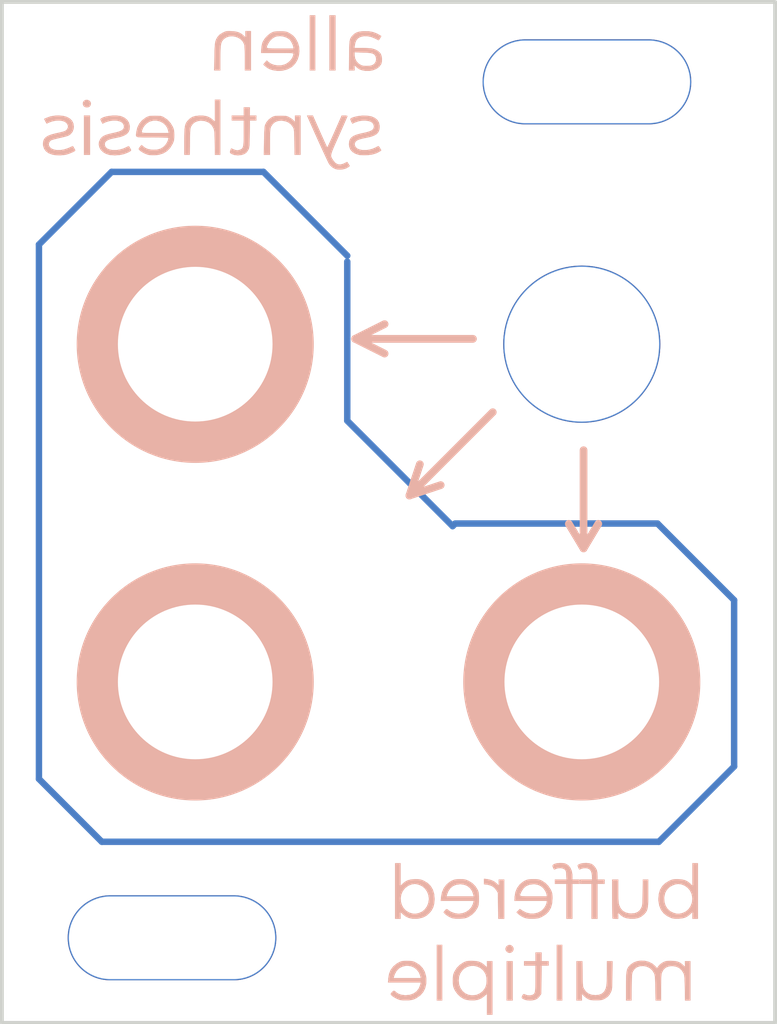
<source format=kicad_pcb>
(kicad_pcb (version 20211014) (generator pcbnew)
  (layers (0 "F.Cu" signal) (31 "B.Cu" signal) (34 "B.Paste" user) (35 "F.Paste" user) (36 "B.SilkS" user "B.Silkscreen") (37 "F.SilkS" user "F.Silkscreen") (38 "B.Mask" user) (39 "F.Mask" user) (44 "Edge.Cuts" user))
  (net 0 "")
  (footprint "Wire_Pads:SolderWirePad_single_0-8mmDrill" (layer "F.Cu") (at -7.5 -6.524999)
    (fp_text reference "" (at 0 0) (layer "F.SilkS") (effects (font (size 1.27 1.27))))
    (fp_text value "" (at 0 0) (layer "F.SilkS") (effects (font (size 1.27 1.27))))
    (pad "1" thru_hole circle locked (at 0 0) (size 6.1 6.1) (drill 6) (layers *.Cu *.Mask))
  )
  (footprint "LOGO" (layer "F.Cu") (at 0 0)
    (fp_text reference "G***" hide)
    (fp_text value "LOGO" hide)
  )
  (footprint "LOGO" (layer "F.Cu") (at 0 0)
    (fp_text reference "G***" hide)
    (fp_text value "LOGO" hide)
  )
  (footprint "Wire_Pads:SolderWirePad_single_0-8mmDrill" (layer "F.Cu") (at 7.5 6.575001)
    (fp_text reference "" (at 0 0) (layer "F.SilkS") (effects (font (size 1.27 1.27))))
    (fp_text value "" (at 0 0) (layer "F.SilkS") (effects (font (size 1.27 1.27))))
    (pad "4" thru_hole circle locked (at 0 0) (size 6.1 6.1) (drill 6) (layers *.Cu *.Mask))
  )
  (footprint "LOGO" (layer "F.Cu") (at 0 0)
    (fp_text reference "G***" hide)
    (fp_text value "LOGO" hide)
  )
  (footprint "LOGO" (layer "F.Cu") (at 0 0)
    (fp_text reference "G***" hide)
    (fp_text value "LOGO" hide)
  )
  (footprint "LOGO" (layer "F.Cu") (at 0.591786 0.539509)
    (fp_text reference "G***" hide)
    (fp_text value "LOGO" hide)
    (fp_poly (pts (xy -12.212543 -16.518915) (xy -12.162041 -16.469899) (xy -12.140443 -16.40568) (xy -12.151706 -16.336515) (xy -12.188097 -16.283447) (xy -12.241081 -16.255543) (xy -12.309415 -16.249669) (xy -12.375015 -16.264739) (xy -12.418187 -16.29726) (xy -12.449459 -16.370973) (xy -12.4456 -16.441604) (xy -12.411618 -16.499717) (xy -12.352522 -16.535879) (xy -12.287992 -16.542465) (xy -12.212543 -16.518915)) (layer "B.SilkS") (width 0.01) (fill solid))
    (fp_poly (pts (xy 4.150567 16.242902) (xy 4.214343 16.285323) (xy 4.254965 16.348603) (xy 4.260773 16.413156) (xy 4.238436 16.471813) (xy 4.194623 16.517402) (xy 4.136003 16.542751) (xy 4.069244 16.540688) (xy 4.006672 16.508654) (xy 3.958795 16.44824) (xy 3.947199 16.378625) (xy 3.971988 16.311544) (xy 4.004569 16.277238) (xy 4.078982 16.23906) (xy 4.150567 16.242902)) (layer "B.SilkS") (width 0.01) (fill solid))
    (fp_poly (pts (xy -1.411662 -15.924385) (xy -1.251866 -15.895481) (xy -1.123458 -15.841511) (xy -1.027562 -15.7632) (xy -0.965299 -15.661268) (xy -0.937793 -15.536441) (xy -0.93647 -15.4988) (xy -0.948204 -15.385052) (xy -0.985584 -15.292) (xy -1.051881 -15.216893) (xy -1.150363 -15.156984) (xy -1.284301 -15.109522) (xy -1.440904 -15.074623) (xy -1.594767 -15.043419) (xy -1.711097 -15.011938) (xy -1.794669 -14.97848) (xy -1.850258 -14.941347) (xy -1.867535 -14.922834) (xy -1.903836 -14.854932) (xy -1.902599 -14.785047) (xy -1.869363 -14.712524) (xy -1.8111 -14.655159) (xy -1.722295 -14.615416) (xy -1.610985 -14.593489) (xy -1.485208 -14.589572) (xy -1.353001 -14.603859) (xy -1.2224 -14.636544) (xy -1.101444 -14.687822) (xy -1.09064 -14.693728) (xy -1.033544 -14.724186) (xy -0.992108 -14.743628) (xy -0.980035 -14.747384) (xy -0.961835 -14.730617) (xy -0.932831 -14.688278) (xy -0.918812 -14.664435) (xy -0.872193 -14.581487) (xy -0.93079 -14.54043) (xy -1.060283 -14.471848) (xy -1.220325 -14.424074) (xy -1.403505 -14.399178) (xy -1.44447 -14.39704) (xy -1.544413 -14.395622) (xy -1.639131 -14.398398) (xy -1.713235 -14.404774) (xy -1.733895 -14.408249) (xy -1.8802 -14.455316) (xy -1.99377 -14.526141) (xy -2.073057 -14.619103) (xy -2.116514 -14.732581) (xy -2.124816 -14.818048) (xy -2.116156 -14.922486) (xy -2.087573 -15.008295) (xy -2.035125 -15.078585) (xy -1.954871 -15.136467) (xy -1.842871 -15.185048) (xy -1.695183 -15.227438) (xy -1.571686 -15.254449) (xy -1.42436 -15.287937) (xy -1.314562 -15.32274) (xy -1.23749 -15.360939) (xy -1.188345 -15.40461) (xy -1.174048 -15.426627) (xy -1.156558 -15.501017) (xy -1.171672 -15.5817) (xy -1.213462 -15.64891) (xy -1.283931 -15.696549) (xy -1.383482 -15.727134) (xy -1.502299 -15.740312) (xy -1.630564 -15.735728) (xy -1.758461 -15.713031) (xy -1.874388 -15.672687) (xy -1.995075 -15.617435) (xy -2.038073 -15.701719) (xy -2.061671 -15.756627) (xy -2.070861 -15.796455) (xy -2.069285 -15.805073) (xy -2.031578 -15.834844) (xy -1.960622 -15.864107) (xy -1.865462 -15.890495) (xy -1.755141 -15.911638) (xy -1.638704 -15.92517) (xy -1.601725 -15.927501) (xy -1.411662 -15.924385)) (layer "B.SilkS") (width 0.01) (fill solid))
    (fp_poly (pts (xy 1.493464 18.392369) (xy 1.281798 18.392369) (xy 1.281798 16.233369) (xy 1.493464 16.233369) (xy 1.493464 18.392369)) (layer "B.SilkS") (width 0.01) (fill solid))
    (fp_poly (pts (xy -13.223871 -15.919097) (xy -13.076311 -15.879703) (xy -12.95852 -15.81612) (xy -12.872562 -15.730185) (xy -12.820501 -15.623737) (xy -12.804398 -15.498611) (xy -12.81364 -15.411049) (xy -12.855063 -15.300474) (xy -12.931895 -15.208672) (xy -13.008522 -15.15679) (xy -13.051112 -15.140833) (xy -13.125515 -15.119182) (xy -13.222029 -15.094436) (xy -13.330954 -15.069194) (xy -13.355564 -15.063844) (xy -13.464899 -15.038789) (xy -13.562927 -15.013412) (xy -13.640299 -14.990338) (xy -13.687668 -14.972193) (xy -13.693415 -14.968941) (xy -13.748558 -14.911137) (xy -13.775197 -14.836655) (xy -13.772376 -14.779984) (xy -13.732741 -14.703512) (xy -13.660829 -14.645788) (xy -13.562675 -14.607556) (xy -13.444315 -14.58956) (xy -13.311784 -14.592541) (xy -13.17112 -14.617244) (xy -13.028356 -14.664412) (xy -12.985842 -14.683137) (xy -12.917813 -14.714603) (xy -12.866794 -14.737505) (xy -12.842927 -14.7473) (xy -12.842434 -14.747384) (xy -12.827796 -14.730798) (xy -12.802801 -14.690794) (xy -12.775649 -14.642005) (xy -12.75454 -14.599062) (xy -12.74747 -14.577922) (xy -12.766097 -14.556747) (xy -12.815471 -14.527459) (xy -12.885834 -14.494245) (xy -12.967425 -14.461294) (xy -13.050487 -14.432792) (xy -13.125259 -14.412929) (xy -13.137649 -14.410491) (xy -13.310728 -14.391581) (xy -13.485558 -14.395146) (xy -13.630679 -14.417957) (xy -13.771484 -14.468895) (xy -13.879308 -14.544712) (xy -13.952888 -14.643952) (xy -13.990956 -14.76516) (xy -13.996303 -14.83866) (xy -13.985809 -14.938736) (xy -13.951905 -15.02167) (xy -13.890961 -15.090291) (xy -13.799349 -15.147427) (xy -13.673437 -15.195909) (xy -13.509596 -15.238565) (xy -13.473143 -15.246399) (xy -13.341264 -15.274928) (xy -13.244089 -15.298901) (xy -13.174599 -15.320931) (xy -13.125776 -15.343632) (xy -13.090602 -15.369619) (xy -13.064253 -15.398687) (xy -13.027782 -15.475013) (xy -13.032366 -15.555492) (xy -13.077099 -15.63436) (xy -13.152235 -15.692697) (xy -13.255358 -15.728746) (xy -13.378549 -15.74264) (xy -13.513887 -15.734514) (xy -13.653453 -15.704502) (xy -13.789327 -15.652738) (xy -13.849061 -15.621281) (xy -13.863965 -15.634531) (xy -13.88932 -15.675735) (xy -13.906094 -15.708305) (xy -13.951619 -15.80201) (xy -13.874332 -15.838684) (xy -13.713686 -15.896679) (xy -13.531631 -15.926947) (xy -13.399139 -15.932466) (xy -13.223871 -15.919097)) (layer "B.SilkS") (width 0.01) (fill solid))
    (fp_poly (pts (xy 0.230928 16.859067) (xy 0.304655 16.864487) (xy 0.362703 16.876409) (xy 0.418381 16.897195) (xy 0.459762 16.916656) (xy 0.61158 17.012317) (xy 0.729516 17.133267) (xy 0.813163 17.278882) (xy 0.862113 17.448539) (xy 0.874091 17.551758) (xy 0.869032 17.74662) (xy 0.82836 17.918988) (xy 0.752372 18.068333) (xy 0.641369 18.194126) (xy 0.495649 18.295839) (xy 0.436097 18.325839) (xy 0.365859 18.35415) (xy 0.294994 18.371852) (xy 0.208675 18.381744) (xy 0.117631 18.385941) (xy -0.017289 18.385112) (xy -0.123717 18.374397) (xy -0.172648 18.362831) (xy -0.264596 18.325808) (xy -0.357954 18.276658) (xy -0.437678 18.224025) (xy -0.481226 18.185557) (xy -0.503551 18.156773) (xy -0.503793 18.132229) (xy -0.479458 18.096778) (xy -0.463443 18.07753) (xy -0.414485 18.028184) (xy -0.374569 18.015241) (xy -0.33282 18.037748) (xy -0.306203 18.063753) (xy -0.220387 18.126707) (xy -0.104016 18.169272) (xy 0.035088 18.18893) (xy 0.085881 18.189951) (xy 0.248897 18.17089) (xy 0.388885 18.118174) (xy 0.503209 18.033803) (xy 0.589233 17.91978) (xy 0.644322 17.778107) (xy 0.647917 17.762988) (xy 0.663506 17.693869) (xy -0.607603 17.693869) (xy -0.59768 17.539253) (xy -0.595248 17.524536) (xy -0.394958 17.524536) (xy 0.663506 17.524536) (xy 0.646934 17.451056) (xy 0.596259 17.315783) (xy 0.513761 17.202549) (xy 0.405784 17.115955) (xy 0.27867 17.060603) (xy 0.138765 17.041095) (xy 0.085536 17.043831) (xy -0.061063 17.078106) (xy -0.184486 17.147245) (xy -0.282808 17.249498) (xy -0.354107 17.383118) (xy -0.380643 17.467499) (xy -0.394958 17.524536) (xy -0.595248 17.524536) (xy -0.567846 17.358725) (xy -0.503071 17.202078) (xy -0.403397 17.069379) (xy -0.268864 16.960692) (xy -0.21649 16.929924) (xy -0.152481 16.896639) (xy -0.100297 16.875554) (xy -0.046701 16.863898) (xy 0.021546 16.8589) (xy 0.11768 16.857789) (xy 0.128214 16.857786) (xy 0.230928 16.859067)) (layer "B.SilkS") (width 0.01) (fill solid))
    (fp_poly (pts (xy -4.6918 -19.19624) (xy -4.615473 -19.191913) (xy -4.559351 -19.182623) (xy -4.512384 -19.166667) (xy -4.471948 -19.14688) (xy -4.367558 -19.086143) (xy -4.289981 -19.026588) (xy -4.225671 -18.956621) (xy -4.185911 -18.902035) (xy -4.106986 -18.752571) (xy -4.062339 -18.5911) (xy -4.050758 -18.424527) (xy -4.071033 -18.259757) (xy -4.121955 -18.103697) (xy -4.202312 -17.96325) (xy -4.310895 -17.845324) (xy -4.380147 -17.793882) (xy -4.53315 -17.719385) (xy -4.705202 -17.676425) (xy -4.885507 -17.666515) (xy -5.063269 -17.691166) (xy -5.080953 -17.695715) (xy -5.153701 -17.717448) (xy -5.215884 -17.739685) (xy -5.239703 -17.750301) (xy -5.286904 -17.779296) (xy -5.341942 -17.818917) (xy -5.393825 -17.860414) (xy -5.431562 -17.895038) (xy -5.444344 -17.913207) (xy -5.430918 -17.936035) (xy -5.397732 -17.977319) (xy -5.379099 -17.998383) (xy -5.314474 -18.069462) (xy -5.258011 -18.015506) (xy -5.152893 -17.94213) (xy -5.023973 -17.894004) (xy -4.882505 -17.872648) (xy -4.739745 -17.879583) (xy -4.606947 -17.916331) (xy -4.587715 -17.924919) (xy -4.482025 -17.990378) (xy -4.391878 -18.075493) (xy -4.324331 -18.171223) (xy -4.286442 -18.268522) (xy -4.280798 -18.318207) (xy -4.281924 -18.330496) (xy -4.288293 -18.340189) (xy -4.304395 -18.347594) (xy -4.334715 -18.353019) (xy -4.383744 -18.356772) (xy -4.455969 -18.35916) (xy -4.555878 -18.360492) (xy -4.687959 -18.361075) (xy -4.856701 -18.361218) (xy -4.907934 -18.36122) (xy -5.535071 -18.36122) (xy -5.524524 -18.525262) (xy -5.51768 -18.581904) (xy -5.317757 -18.581904) (xy -5.307297 -18.559512) (xy -5.276427 -18.54474) (xy -5.221069 -18.53602) (xy -5.137147 -18.531787) (xy -5.020584 -18.530473) (xy -4.867304 -18.530511) (xy -4.799381 -18.530554) (xy -4.280798 -18.530554) (xy -4.281005 -18.578179) (xy -4.292899 -18.636586) (xy -4.32313 -18.713005) (xy -4.364093 -18.79199) (xy -4.408185 -18.8581) (xy -4.431455 -18.883782) (xy -4.534943 -18.953149) (xy -4.660706 -18.998298) (xy -4.795208 -19.016813) (xy -4.924911 -19.006275) (xy -4.995853 -18.984564) (xy -5.106303 -18.917337) (xy -5.202381 -18.817446) (xy -5.267433 -18.71047) (xy -5.293748 -18.655816) (xy -5.311881 -18.613483) (xy -5.317757 -18.581904) (xy -5.51768 -18.581904) (xy -5.510203 -18.64377) (xy -5.485162 -18.748257) (xy -5.469914 -18.789204) (xy -5.40069 -18.906199) (xy -5.303373 -19.01769) (xy -5.191308 -19.109495) (xy -5.138898 -19.14099) (xy -5.087169 -19.166266) (xy -5.03939 -19.18264) (xy -4.984136 -19.192008) (xy -4.90998 -19.196263) (xy -4.805497 -19.197302) (xy -4.799381 -19.197304) (xy -4.6918 -19.19624)) (layer "B.SilkS") (width 0.01) (fill solid))
    (fp_poly (pts (xy -12.17597 -14.408717) (xy -12.408803 -14.408717) (xy -12.408803 -15.932717) (xy -12.17597 -15.932717) (xy -12.17597 -14.408717)) (layer "B.SilkS") (width 0.01) (fill solid))
    (fp_poly (pts (xy 4.223964 18.392369) (xy 3.991131 18.392369) (xy 3.991131 16.868369) (xy 4.223964 16.868369) (xy 4.223964 18.392369)) (layer "B.SilkS") (width 0.01) (fill solid))
    (fp_poly (pts (xy -3.254856 -15.317857) (xy -3.187913 -15.16749) (xy -3.126139 -15.029943) (xy -3.071679 -14.909901) (xy -3.026679 -14.812046) (xy -2.993285 -14.741062) (xy -2.973643 -14.701633) (xy -2.969522 -14.695117) (xy -2.958229 -14.711798) (xy -2.932142 -14.76278) (xy -2.893372 -14.843553) (xy -2.844028 -14.949605) (xy -2.786219 -15.076425) (xy -2.722057 -15.219503) (xy -2.682163 -15.309518) (xy -2.407553 -15.931798) (xy -2.296428 -15.932258) (xy -2.234348 -15.928983) (xy -2.194014 -15.92008) (xy -2.185303 -15.912159) (xy -2.193685 -15.888838) (xy -2.217568 -15.831269) (xy -2.255057 -15.7438) (xy -2.30426 -15.630778) (xy -2.36328 -15.496551) (xy -2.430226 -15.345465) (xy -2.503202 -15.181868) (xy -2.514023 -15.157697) (xy -2.600284 -14.965397) (xy -2.670717 -14.807599) (xy -2.726321 -14.679959) (xy -2.768094 -14.578133) (xy -2.797036 -14.497778) (xy -2.814143 -14.43455) (xy -2.820416 -14.384104) (xy -2.816852 -14.342098) (xy -2.80445 -14.304187) (xy -2.784209 -14.266027) (xy -2.757127 -14.223276) (xy -2.736272 -14.190878) (xy -2.657542 -14.096419) (xy -2.567154 -14.042644) (xy -2.465458 -14.029642) (xy -2.352801 -14.057502) (xy -2.303753 -14.080634) (xy -2.246895 -14.110192) (xy -2.20752 -14.129399) (xy -2.196858 -14.13355) (xy -2.182682 -14.117139) (xy -2.155705 -14.075844) (xy -2.143048 -14.054846) (xy -2.096612 -13.976142) (xy -2.153843 -13.930507) (xy -2.243566 -13.880908) (xy -2.357486 -13.849209) (xy -2.480599 -13.837337) (xy -2.597899 -13.84722) (xy -2.661553 -13.865286) (xy -2.77138 -13.92284) (xy -2.857809 -14.004504) (xy -2.902027 -14.066465) (xy -2.921102 -14.102075) (xy -2.955227 -14.171663) (xy -3.002255 -14.270522) (xy -3.060039 -14.393946) (xy -3.126428 -14.537231) (xy -3.199277 -14.695671) (xy -3.276436 -14.864561) (xy -3.355757 -15.039195) (xy -3.435093 -15.214868) (xy -3.512295 -15.386874) (xy -3.585215 -15.550508) (xy -3.651706 -15.701065) (xy -3.709618 -15.833839) (xy -3.7226 -15.863925) (xy -3.752205 -15.932717) (xy -3.52744 -15.932717) (xy -3.254856 -15.317857)) (layer "B.SilkS") (width 0.01) (fill solid))
    (fp_poly (pts (xy 6.16453 13.064362) (xy 6.250767 13.076816) (xy 6.279814 13.085566) (xy 6.382403 13.147168) (xy 6.461721 13.241492) (xy 6.515639 13.364581) (xy 6.542027 13.512482) (xy 6.544398 13.577049) (xy 6.544398 13.700207) (xy 6.819564 13.700207) (xy 6.819564 13.86954) (xy 6.544398 13.86954) (xy 6.544398 15.224207) (xy 6.311564 15.224207) (xy 6.311564 13.86954) (xy 5.867064 13.86954) (xy 5.867064 13.700207) (xy 6.316047 13.700207) (xy 6.308264 13.528826) (xy 6.303067 13.441653) (xy 6.294835 13.385315) (xy 6.280105 13.348317) (xy 6.255417 13.319164) (xy 6.241342 13.306576) (xy 6.172242 13.270808) (xy 6.081662 13.255195) (xy 5.985817 13.260626) (xy 5.900957 13.287966) (xy 5.857897 13.308229) (xy 5.835382 13.314628) (xy 5.834857 13.314294) (xy 5.82312 13.293599) (xy 5.800141 13.249661) (xy 5.794343 13.238311) (xy 5.7736 13.17967) (xy 5.784448 13.137426) (xy 5.830915 13.104558) (xy 5.882384 13.08481) (xy 5.962708 13.068326) (xy 6.062633 13.061521) (xy 6.16453 13.064362)) (layer "B.SilkS") (width 0.01) (fill solid))
    (fp_poly (pts (xy 2.283312 13.690892) (xy 2.354733 13.6967) (xy 2.413448 13.710056) (xy 2.474258 13.733963) (xy 2.527455 13.759304) (xy 2.67084 13.849777) (xy 2.784557 13.96745) (xy 2.865257 14.099492) (xy 2.887043 14.148917) (xy 2.901272 14.199057) (xy 2.909491 14.260731) (xy 2.913245 14.344759) (xy 2.91408 14.44104) (xy 2.913242 14.550869) (xy 2.909315 14.629819) (xy 2.900551 14.689326) (xy 2.885205 14.740824) (xy 2.86153 14.795746) (xy 2.859108 14.800874) (xy 2.77319 14.936634) (xy 2.656079 15.055261) (xy 2.518393 15.146246) (xy 2.50183 15.154409) (xy 2.436151 15.182157) (xy 2.371045 15.200003) (xy 2.292733 15.210571) (xy 2.187434 15.216489) (xy 2.173481 15.216973) (xy 2.025688 15.216839) (xy 1.915587 15.205497) (xy 1.873426 15.195057) (xy 1.741822 15.137387) (xy 1.629588 15.059941) (xy 1.594349 15.026265) (xy 1.545105 14.973848) (xy 1.593399 14.908527) (xy 1.639402 14.858099) (xy 1.677818 14.846103) (xy 1.714893 14.87096) (xy 1.719768 14.876608) (xy 1.754128 14.905154) (xy 1.811142 14.941041) (xy 1.847968 14.960926) (xy 1.991064 15.01276) (xy 2.136698 15.028433) (xy 2.278605 15.010635) (xy 2.410515 14.962057) (xy 2.526164 14.885387) (xy 2.619284 14.783316) (xy 2.683607 14.658533) (xy 2.701746 14.594499) (xy 2.716594 14.525707) (xy 1.437152 14.525707) (xy 1.451343 14.372249) (xy 1.454466 14.356374) (xy 1.656922 14.356374) (xy 2.716594 14.356374) (xy 2.701746 14.287582) (xy 2.651778 14.145847) (xy 2.570872 14.031587) (xy 2.462442 13.947537) (xy 2.329904 13.896436) (xy 2.19421 13.880882) (xy 2.041388 13.898309) (xy 1.911007 13.951357) (xy 1.804895 14.038671) (xy 1.724877 14.158897) (xy 1.686805 14.257082) (xy 1.656922 14.356374) (xy 1.454466 14.356374) (xy 1.486756 14.192263) (xy 1.556311 14.032368) (xy 1.657323 13.896618) (xy 1.787109 13.78907) (xy 1.866564 13.744928) (xy 1.929991 13.71769) (xy 1.989262 13.701053) (xy 2.058525 13.692554) (xy 2.151931 13.689732) (xy 2.184385 13.689624) (xy 2.283312 13.690892)) (layer "B.SilkS") (width 0.01) (fill solid))
    (fp_poly (pts (xy -4.005637 -14.408717) (xy -4.235655 -14.408717) (xy -4.242354 -14.900842) (xy -4.244737 -15.059086) (xy -4.247398 -15.181037) (xy -4.250895 -15.272736) (xy -4.255783 -15.340222) (xy -4.262621 -15.389536) (xy -4.271963 -15.426717) (xy -4.284368 -15.457806) (xy -4.29575 -15.480263) (xy -4.3767 -15.591546) (xy -4.484461 -15.670852) (xy -4.581982 -15.709945) (xy -4.730829 -15.737194) (xy -4.866227 -15.72836) (xy -4.984087 -15.684953) (xy -5.080316 -15.608487) (xy -5.150822 -15.500471) (xy -5.151184 -15.499676) (xy -5.163707 -15.467804) (xy -5.173267 -15.430492) (xy -5.18026 -15.381834) (xy -5.18508 -15.31593) (xy -5.188121 -15.226876) (xy -5.189779 -15.108768) (xy -5.190447 -14.955704) (xy -5.190505 -14.911425) (xy -5.19097 -14.408717) (xy -5.427012 -14.408717) (xy -5.418394 -14.943175) (xy -5.41431 -15.131127) (xy -5.40868 -15.289602) (xy -5.401683 -15.415398) (xy -5.393497 -15.505311) (xy -5.3843 -15.556138) (xy -5.384192 -15.556474) (xy -5.328529 -15.66947) (xy -5.24275 -15.77347) (xy -5.138793 -15.854613) (xy -5.116887 -15.86687) (xy -5.0652 -15.891737) (xy -5.016945 -15.907832) (xy -4.96069 -15.917019) (xy -4.885004 -15.921165) (xy -4.778458 -15.922134) (xy -4.77822 -15.922134) (xy -4.673463 -15.921369) (xy -4.599583 -15.917696) (xy -4.545135 -15.909042) (xy -4.498671 -15.893339) (xy -4.448743 -15.868516) (xy -4.432511 -15.859609) (xy -4.36113 -15.814562) (xy -4.297825 -15.765332) (xy -4.268469 -15.736276) (xy -4.217303 -15.675469) (xy -4.217303 -15.932717) (xy -4.005637 -15.932717) (xy -4.005637 -14.408717)) (layer "B.SilkS") (width 0.01) (fill solid))
    (fp_poly (pts (xy -2.650965 -17.683887) (xy -2.883798 -17.683887) (xy -2.883798 -19.82172) (xy -2.650965 -19.82172) (xy -2.650965 -17.683887)) (layer "B.SilkS") (width 0.01) (fill solid))
    (fp_poly (pts (xy 5.345798 16.868369) (xy 5.620964 16.868369) (xy 5.620964 17.037702) (xy 5.348399 17.037702) (xy 5.341807 17.584351) (xy 5.335214 18.131) (xy 5.275606 18.221013) (xy 5.19807 18.307229) (xy 5.098188 18.362331) (xy 4.971527 18.388334) (xy 4.901298 18.391075) (xy 4.815877 18.385906) (xy 4.736252 18.372896) (xy 4.691088 18.3592) (xy 4.621395 18.32616) (xy 4.586002 18.297927) (xy 4.579248 18.265338) (xy 4.595473 18.219226) (xy 4.599432 18.210799) (xy 4.630144 18.158386) (xy 4.662593 18.142197) (xy 4.710095 18.158145) (xy 4.731964 18.170119) (xy 4.810544 18.195552) (xy 4.903582 18.198345) (xy 4.98969 18.178373) (xy 5.004061 18.171706) (xy 5.036484 18.152221) (xy 5.061782 18.127869) (xy 5.080829 18.093528) (xy 5.0945 18.044076) (xy 5.10367 17.974391) (xy 5.109214 17.879349) (xy 5.112007 17.75383) (xy 5.112924 17.59271) (xy 5.112964 17.534123) (xy 5.112964 17.037702) (xy 4.668464 17.037702) (xy 4.668464 16.868369) (xy 5.112964 16.868369) (xy 5.112964 16.529702) (xy 5.345798 16.529702) (xy 5.345798 16.868369)) (layer "B.SilkS") (width 0.01) (fill solid))
    (fp_poly (pts (xy -3.434131 -17.683887) (xy -3.645798 -17.683887) (xy -3.645798 -19.82172) (xy -3.434131 -19.82172) (xy -3.434131 -17.683887)) (layer "B.SilkS") (width 0.01) (fill solid))
    (fp_poly (pts (xy 9.360769 16.857064) (xy 9.507826 16.894572) (xy 9.640856 16.960292) (xy 9.746523 17.048632) (xy 9.830221 17.139432) (xy 9.881582 17.06182) (xy 9.931808 17.005483) (xy 10.00319 16.948375) (xy 10.047079 16.920996) (xy 10.103534 16.891611) (xy 10.152712 16.873055) (xy 10.207283 16.862872) (xy 10.279918 16.858603) (xy 10.372881 16.857786) (xy 10.512447 16.863744) (xy 10.622812 16.884379) (xy 10.715778 16.92383) (xy 10.803143 16.986235) (xy 10.843839 17.022969) (xy 10.912631 17.08834) (xy 10.912631 16.868369) (xy 11.124298 16.868369) (xy 11.124298 18.392369) (xy 10.917159 18.392369) (xy 10.908391 17.910827) (xy 10.904931 17.747876) (xy 10.900902 17.621373) (xy 10.89583 17.525433) (xy 10.889238 17.454171) (xy 10.880652 17.401703) (xy 10.869597 17.362142) (xy 10.862671 17.344619) (xy 10.788136 17.221243) (xy 10.687658 17.130938) (xy 10.563327 17.075051) (xy 10.417233 17.05493) (xy 10.413503 17.054898) (xy 10.273914 17.070513) (xy 10.160868 17.119085) (xy 10.074444 17.200556) (xy 10.014719 17.314869) (xy 10.002804 17.352712) (xy 9.996612 17.395878) (xy 9.99112 17.474108) (xy 9.986604 17.580135) (xy 9.983344 17.70669) (xy 9.981618 17.846508) (xy 9.981416 17.910827) (xy 9.981298 18.392369) (xy 9.774617 18.392369) (xy 9.765267 17.910827) (xy 9.761576 17.747195) (xy 9.757324 17.620055) (xy 9.752039 17.523563) (xy 9.745244 17.451878) (xy 9.736468 17.399158) (xy 9.725235 17.359561) (xy 9.719318 17.344619) (xy 9.645704 17.223869) (xy 9.545026 17.132945) (xy 9.422819 17.074663) (xy 9.284614 17.051837) (xy 9.163014 17.061591) (xy 9.044315 17.102025) (xy 8.951882 17.175206) (xy 8.896027 17.256443) (xy 8.881315 17.286103) (xy 8.869907 17.317107) (xy 8.861289 17.355252) (xy 8.854949 17.406339) (xy 8.850375 17.476167) (xy 8.847054 17.570534) (xy 8.844475 17.695241) (xy 8.842125 17.856085) (xy 8.841961 17.868494) (xy 8.83504 18.392369) (xy 8.626631 18.392369) (xy 8.626631 17.853413) (xy 8.627411 17.660762) (xy 8.630507 17.505005) (xy 8.637055 17.380719) (xy 8.648192 17.282482) (xy 8.665053 17.20487) (xy 8.688773 17.142461) (xy 8.720488 17.089832) (xy 8.761335 17.041559) (xy 8.805702 16.998408) (xy 8.922152 16.91844) (xy 9.059261 16.868535) (xy 9.208357 16.84823) (xy 9.360769 16.857064)) (layer "B.SilkS") (width 0.01) (fill solid))
    (fp_poly (pts (xy 11.412731 15.224207) (xy 11.201064 15.224207) (xy 11.201064 14.961615) (xy 11.121689 15.03775) (xy 11.023048 15.119517) (xy 10.921628 15.173514) (xy 10.804915 15.204635) (xy 10.661314 15.217738) (xy 10.536308 15.218069) (xy 10.441647 15.208006) (xy 10.377238 15.190635) (xy 10.212685 15.11147) (xy 10.080896 15.00561) (xy 9.982255 14.873629) (xy 9.917147 14.7161) (xy 9.885954 14.533599) (xy 9.883058 14.451624) (xy 9.886606 14.40929) (xy 10.105547 14.40929) (xy 10.113426 14.569635) (xy 10.156355 14.712756) (xy 10.231646 14.834274) (xy 10.336611 14.929806) (xy 10.463887 14.993382) (xy 10.569945 15.023267) (xy 10.662454 15.030652) (xy 10.761244 15.015882) (xy 10.821514 14.999609) (xy 10.947088 14.941251) (xy 11.052378 14.850163) (xy 11.132834 14.732913) (xy 11.183905 14.596073) (xy 11.201064 14.451624) (xy 11.194673 14.379187) (xy 11.178401 14.292738) (xy 11.166966 14.24909) (xy 11.110234 14.128283) (xy 11.021 14.023514) (xy 10.907989 13.941196) (xy 10.779924 13.887744) (xy 10.650731 13.86954) (xy 10.547202 13.884323) (xy 10.434587 13.92381) (xy 10.33152 13.980709) (xy 10.294535 14.008921) (xy 10.201349 14.107976) (xy 10.141396 14.220865) (xy 10.110286 14.356887) (xy 10.105547 14.40929) (xy 9.886606 14.40929) (xy 9.898986 14.261617) (xy 9.947327 14.098371) (xy 10.028915 13.960454) (xy 10.144586 13.84643) (xy 10.286275 13.759193) (xy 10.357518 13.725924) (xy 10.416121 13.705336) (xy 10.476854 13.694432) (xy 10.554489 13.690216) (xy 10.629119 13.689639) (xy 10.7832 13.698264) (xy 10.908458 13.726562) (xy 11.015267 13.778212) (xy 11.114 13.856892) (xy 11.121689 13.864297) (xy 11.201064 13.941632) (xy 11.201064 13.065207) (xy 11.412731 13.065207) (xy 11.412731 15.224207)) (layer "B.SilkS") (width 0.01) (fill solid))
    (fp_poly (pts (xy -7.117137 -14.408717) (xy -7.324721 -14.408717) (xy -7.332548 -14.879675) (xy -7.335464 -15.035734) (xy -7.338747 -15.155794) (xy -7.342981 -15.246186) (xy -7.348754 -15.313245) (xy -7.356649 -15.363304) (xy -7.367252 -15.402695) (xy -7.381149 -15.437753) (xy -7.38488 -15.445884) (xy -7.445279 -15.550519) (xy -7.51951 -15.626338) (xy -7.60471 -15.679095) (xy -7.740818 -15.726292) (xy -7.884768 -15.736648) (xy -7.977244 -15.722539) (xy -8.095997 -15.678165) (xy -8.184549 -15.60978) (xy -8.244735 -15.523476) (xy -8.259584 -15.49349) (xy -8.271069 -15.462121) (xy -8.279717 -15.42349) (xy -8.286056 -15.371718) (xy -8.290617 -15.300924) (xy -8.293927 -15.205231) (xy -8.296516 -15.078759) (xy -8.298825 -14.922009) (xy -8.305777 -14.408717) (xy -8.514137 -14.408717) (xy -8.514137 -14.923459) (xy -8.513289 -15.113838) (xy -8.510106 -15.267432) (xy -8.503629 -15.389767) (xy -8.492897 -15.486369) (xy -8.476953 -15.562764) (xy -8.454836 -15.624479) (xy -8.425587 -15.677038) (xy -8.388247 -15.725969) (xy -8.371511 -15.745011) (xy -8.285849 -15.825893) (xy -8.194417 -15.8801) (xy -8.085783 -15.912494) (xy -7.948516 -15.927939) (xy -7.940557 -15.928361) (xy -7.776113 -15.926999) (xy -7.64028 -15.902892) (xy -7.524536 -15.853629) (xy -7.4275 -15.783162) (xy -7.328803 -15.696286) (xy -7.328803 -16.54655) (xy -7.117137 -16.54655) (xy -7.117137 -14.408717)) (layer "B.SilkS") (width 0.01) (fill solid))
    (fp_poly (pts (xy 6.150131 18.392369) (xy 5.938464 18.392369) (xy 5.938464 16.233369) (xy 6.150131 16.233369) (xy 6.150131 18.392369)) (layer "B.SilkS") (width 0.01) (fill solid))
    (fp_poly (pts (xy 7.197342 13.072136) (xy 7.289465 13.099128) (xy 7.303797 13.106149) (xy 7.363715 13.153097) (xy 7.424591 13.223951) (xy 7.473945 13.302473) (xy 7.495625 13.35567) (xy 7.50789 13.421851) (xy 7.516004 13.50778) (xy 7.517946 13.567915) (xy 7.518064 13.700207) (xy 7.793231 13.700207) (xy 7.793231 13.86954) (xy 7.518064 13.86954) (xy 7.518064 15.224207) (xy 7.285231 15.224207) (xy 7.285231 13.86954) (xy 6.840731 13.86954) (xy 6.840731 13.700207) (xy 7.306398 13.700207) (xy 7.306279 13.599665) (xy 7.295383 13.46524) (xy 7.26207 13.365673) (xy 7.204869 13.299034) (xy 7.12231 13.263392) (xy 7.044251 13.255837) (xy 6.967302 13.2623) (xy 6.897639 13.278494) (xy 6.874623 13.287966) (xy 6.834545 13.308448) (xy 6.81181 13.310696) (xy 6.794853 13.288207) (xy 6.772114 13.234481) (xy 6.76988 13.229076) (xy 6.750403 13.177348) (xy 6.750256 13.148575) (xy 6.771736 13.126959) (xy 6.786132 13.117279) (xy 6.865946 13.083658) (xy 6.970885 13.064717) (xy 7.086249 13.060771) (xy 7.197342 13.072136)) (layer "B.SilkS") (width 0.01) (fill solid))
    (fp_poly (pts (xy 2.789908 16.86368) (xy 2.903742 16.884106) (xy 3.000556 16.923173) (xy 3.092354 16.984992) (xy 3.141763 17.027197) (xy 3.229131 17.106128) (xy 3.229131 16.868369) (xy 3.440798 16.868369) (xy 3.440798 18.942702) (xy 3.229131 18.942702) (xy 3.229131 18.134771) (xy 3.131703 18.220531) (xy 3.007819 18.309797) (xy 2.874396 18.36463) (xy 2.722619 18.387882) (xy 2.615298 18.387684) (xy 2.466871 18.372257) (xy 2.353064 18.341591) (xy 2.335533 18.334234) (xy 2.208763 18.257567) (xy 2.092864 18.150289) (xy 1.999465 18.024114) (xy 1.967469 17.963412) (xy 1.938648 17.895948) (xy 1.920656 17.836791) (xy 1.911023 17.771938) (xy 1.907275 17.687383) (xy 1.906823 17.619786) (xy 2.129136 17.619786) (xy 2.147073 17.77744) (xy 2.198431 17.915184) (xy 2.278654 18.02949) (xy 2.383191 18.116829) (xy 2.507488 18.173674) (xy 2.646992 18.196494) (xy 2.797149 18.181764) (xy 2.839922 18.170596) (xy 2.96327 18.11355) (xy 3.072317 18.024301) (xy 3.155331 17.9129) (xy 3.167106 17.890239) (xy 3.204309 17.775104) (xy 3.218988 17.640784) (xy 3.21114 17.503938) (xy 3.180768 17.381225) (xy 3.167106 17.349332) (xy 3.087057 17.22859) (xy 2.982533 17.137227) (xy 2.860563 17.076347) (xy 2.728178 17.047055) (xy 2.592408 17.050454) (xy 2.460285 17.08765) (xy 2.338837 17.159747) (xy 2.28312 17.210472) (xy 2.196888 17.32657) (xy 2.146278 17.459678) (xy 2.129153 17.615473) (xy 2.129136 17.619786) (xy 1.906823 17.619786) (xy 1.90821 17.515979) (xy 1.91399 17.440536) (xy 1.926595 17.37953) (xy 1.948452 17.319038) (xy 1.966358 17.278633) (xy 2.057791 17.129583) (xy 2.182511 17.004953) (xy 2.318964 16.917389) (xy 2.377966 16.889358) (xy 2.430708 16.871754) (xy 2.49022 16.862211) (xy 2.569532 16.858361) (xy 2.647048 16.857786) (xy 2.789908 16.86368)) (layer "B.SilkS") (width 0.01) (fill solid))
    (fp_poly (pts (xy -9.54042 -15.921217) (xy -9.465223 -15.917202) (xy -9.409584 -15.908193) (xy -9.362125 -15.892295) (xy -9.311466 -15.86761) (xy -9.307887 -15.865707) (xy -9.170491 -15.770048) (xy -9.052905 -15.643584) (xy -8.965725 -15.4988) (xy -8.936903 -15.430554) (xy -8.919293 -15.369122) (xy -8.910249 -15.299728) (xy -8.907122 -15.207596) (xy -8.906938 -15.170717) (xy -8.908236 -15.070625) (xy -8.914306 -14.997924) (xy -8.928017 -14.937715) (xy -8.952235 -14.875099) (xy -8.97211 -14.83205) (xy -9.066947 -14.67604) (xy -9.186794 -14.554158) (xy -9.331378 -14.46658) (xy -9.500428 -14.413479) (xy -9.653457 -14.395924) (xy -9.780652 -14.396227) (xy -9.888628 -14.406924) (xy -9.937046 -14.417507) (xy -10.03694 -14.454619) (xy -10.136128 -14.505311) (xy -10.219249 -14.561033) (xy -10.257206 -14.595702) (xy -10.279823 -14.624256) (xy -10.282085 -14.648755) (xy -10.261743 -14.683685) (xy -10.238793 -14.714313) (xy -10.202863 -14.759575) (xy -10.178789 -14.786478) (xy -10.174298 -14.789717) (xy -10.155796 -14.776854) (xy -10.119387 -14.745244) (xy -10.11231 -14.738737) (xy -10.023273 -14.672556) (xy -9.920179 -14.630072) (xy -9.792406 -14.607526) (xy -9.729289 -14.603118) (xy -9.57274 -14.608783) (xy -9.442424 -14.643486) (xy -9.331544 -14.70979) (xy -9.257898 -14.780831) (xy -9.200049 -14.861072) (xy -9.155125 -14.950618) (xy -9.130493 -15.033527) (xy -9.12797 -15.062048) (xy -9.141561 -15.069546) (xy -9.184033 -15.075512) (xy -9.257934 -15.080043) (xy -9.365815 -15.083238) (xy -9.510224 -15.085195) (xy -9.69371 -15.086012) (xy -9.750835 -15.08605) (xy -9.933842 -15.085725) (xy -10.078782 -15.085669) (xy -10.189909 -15.087268) (xy -10.271474 -15.091903) (xy -10.327729 -15.100958) (xy -10.362928 -15.115817) (xy -10.381322 -15.137863) (xy -10.387164 -15.168479) (xy -10.384706 -15.209048) (xy -10.378201 -15.260954) (xy -10.375012 -15.289091) (xy -10.37297 -15.298397) (xy -10.165137 -15.298397) (xy -10.163834 -15.28506) (xy -10.156646 -15.274811) (xy -10.138651 -15.267241) (xy -10.104928 -15.261947) (xy -10.050557 -15.258521) (xy -9.970616 -15.256558) (xy -9.860185 -15.255651) (xy -9.714342 -15.255395) (xy -9.643784 -15.255384) (xy -9.122431 -15.255384) (xy -9.135064 -15.33323) (xy -9.175306 -15.458562) (xy -9.248064 -15.565158) (xy -9.346421 -15.649686) (xy -9.463461 -15.708808) (xy -9.592267 -15.73919) (xy -9.725923 -15.737497) (xy -9.85751 -15.700395) (xy -9.877448 -15.691176) (xy -9.974877 -15.62726) (xy -10.059517 -15.541557) (xy -10.123743 -15.444476) (xy -10.159931 -15.346427) (xy -10.165137 -15.298397) (xy -10.37297 -15.298397) (xy -10.337241 -15.461149) (xy -10.262755 -15.614887) (xy -10.154526 -15.745876) (xy -10.015525 -15.849687) (xy -9.989187 -15.86424) (xy -9.936402 -15.890167) (xy -9.888472 -15.906974) (xy -9.83389 -15.916607) (xy -9.761145 -15.92101) (xy -9.65873 -15.922128) (xy -9.646553 -15.922134) (xy -9.54042 -15.921217)) (layer "B.SilkS") (width 0.01) (fill solid))
    (fp_poly (pts (xy 6.937182 17.360494) (xy 6.939581 17.518966) (xy 6.94228 17.641117) (xy 6.945821 17.732957) (xy 6.950751 17.800498) (xy 6.957614 17.849751) (xy 6.966954 17.886727) (xy 6.979317 17.917437) (xy 6.989446 17.937286) (xy 7.06904 18.050006) (xy 7.169373 18.128035) (xy 7.293738 18.173187) (xy 7.44352 18.187284) (xy 7.584155 18.1712) (xy 7.696577 18.123609) (xy 7.78126 18.044098) (xy 7.838675 17.932252) (xy 7.865522 17.817638) (xy 7.871776 17.752906) (xy 7.877241 17.655469) (xy 7.881564 17.534953) (xy 7.884393 17.400985) (xy 7.885372 17.275827) (xy 7.885798 16.868369) (xy 8.100066 16.868369) (xy 8.093473 17.413411) (xy 8.091272 17.580599) (xy 8.08887 17.711274) (xy 8.085775 17.811256) (xy 8.081491 17.886364) (xy 8.075524 17.942418) (xy 8.067382 17.985235) (xy 8.056568 18.020638) (xy 8.042589 18.054443) (xy 8.038222 18.064022) (xy 7.982175 18.166811) (xy 7.916652 18.242267) (xy 7.82781 18.305014) (xy 7.790548 18.325672) (xy 7.737693 18.351463) (xy 7.688614 18.367925) (xy 7.631367 18.377102) (xy 7.554008 18.381037) (xy 7.462464 18.381786) (xy 7.356892 18.380576) (xy 7.282026 18.375718) (xy 7.226273 18.365365) (xy 7.178046 18.34767) (xy 7.144964 18.331209) (xy 7.071078 18.284163) (xy 7.000362 18.227037) (xy 6.980923 18.207994) (xy 6.912131 18.135355) (xy 6.912131 18.392369) (xy 6.700464 18.392369) (xy 6.700464 16.868369) (xy 6.930483 16.868369) (xy 6.937182 17.360494)) (layer "B.SilkS") (width 0.01) (fill solid))
    (fp_poly (pts (xy -0.123102 13.941632) (xy -0.043727 13.864297) (xy 0.055001 13.783231) (xy 0.161054 13.72956) (xy 0.284802 13.699602) (xy 0.436617 13.689679) (xy 0.448398 13.689639) (xy 0.550015 13.691203) (xy 0.624329 13.697751) (xy 0.686308 13.712038) (xy 0.750925 13.736821) (xy 0.782841 13.751202) (xy 0.931249 13.840827) (xy 1.047069 13.957263) (xy 1.129888 14.099805) (xy 1.179293 14.267754) (xy 1.194904 14.451624) (xy 1.183451 14.622449) (xy 1.146849 14.766608) (xy 1.081737 14.893729) (xy 1.007168 14.98929) (xy 0.887826 15.096853) (xy 0.752109 15.169585) (xy 0.593878 15.210262) (xy 0.497887 15.219825) (xy 0.332324 15.217283) (xy 0.192863 15.187918) (xy 0.070831 15.129051) (xy -0.018705 15.060146) (xy -0.123102 14.966284) (xy -0.123102 15.224207) (xy -0.334769 15.224207) (xy -0.334769 14.418686) (xy -0.121053 14.418686) (xy -0.11329 14.556073) (xy -0.0762 14.687377) (xy -0.011145 14.805817) (xy 0.080514 14.904608) (xy 0.197416 14.976968) (xy 0.236731 14.992345) (xy 0.345187 15.022936) (xy 0.438572 15.030698) (xy 0.537172 15.016085) (xy 0.595322 15.000365) (xy 0.71982 14.942274) (xy 0.825192 14.851345) (xy 0.906539 14.73461) (xy 0.958962 14.599101) (xy 0.977564 14.451849) (xy 0.977564 14.451624) (xy 0.959017 14.30436) (xy 0.90664 14.168828) (xy 0.825333 14.052059) (xy 0.719994 13.961086) (xy 0.595521 13.902941) (xy 0.595322 13.902882) (xy 0.52101 13.883813) (xy 0.454572 13.871746) (xy 0.427231 13.86954) (xy 0.298059 13.888923) (xy 0.17019 13.943247) (xy 0.056646 14.026774) (xy 0.045223 14.037866) (xy -0.043158 14.152799) (xy -0.098129 14.282) (xy -0.121053 14.418686) (xy -0.334769 14.418686) (xy -0.334769 13.065207) (xy -0.123102 13.065207) (xy -0.123102 13.941632)) (layer "B.SilkS") (width 0.01) (fill solid))
    (fp_poly (pts (xy -5.931798 -17.683887) (xy -6.164631 -17.683887) (xy -6.16475 -18.144262) (xy -6.165802 -18.287142) (xy -6.168682 -18.419184) (xy -6.173083 -18.533004) (xy -6.178701 -18.621217) (xy -6.18523 -18.676437) (xy -6.187071 -18.684591) (xy -6.238163 -18.795167) (xy -6.31944 -18.885184) (xy -6.423028 -18.952616) (xy -6.541049 -18.995439) (xy -6.66563 -19.011627) (xy -6.788895 -18.999154) (xy -6.902968 -18.955995) (xy -6.989551 -18.890968) (xy -7.027239 -18.849246) (xy -7.056795 -18.804515) (xy -7.079177 -18.7512) (xy -7.095348 -18.683725) (xy -7.106267 -18.596516) (xy -7.112897 -18.483998) (xy -7.116197 -18.340595) (xy -7.11713 -18.160731) (xy -7.117131 -18.150764) (xy -7.117131 -17.683887) (xy -7.355106 -17.683887) (xy -7.345165 -18.207762) (xy -7.341189 -18.388477) (xy -7.336203 -18.53287) (xy -7.32919 -18.646952) (xy -7.319134 -18.736732) (xy -7.305016 -18.808223) (xy -7.285819 -18.867435) (xy -7.260526 -18.92038) (xy -7.228119 -18.973067) (xy -7.211485 -18.997515) (xy -7.137509 -19.074794) (xy -7.027082 -19.143368) (xy -7.019741 -19.14702) (xy -6.955261 -19.177465) (xy -6.903413 -19.196182) (xy -6.850793 -19.205406) (xy -6.783998 -19.207369) (xy -6.689624 -19.204306) (xy -6.678757 -19.203835) (xy -6.532648 -19.190674) (xy -6.416258 -19.162801) (xy -6.318309 -19.116065) (xy -6.227526 -19.046316) (xy -6.212256 -19.03212) (xy -6.143465 -18.966749) (xy -6.143465 -19.207887) (xy -5.931798 -19.207887) (xy -5.931798 -17.683887)) (layer "B.SilkS") (width 0.01) (fill solid))
    (fp_poly (pts (xy -5.974137 -15.932717) (xy -5.720137 -15.932717) (xy -5.720137 -15.742217) (xy -5.969854 -15.742217) (xy -5.977979 -15.218342) (xy -5.980758 -15.054144) (xy -5.983706 -14.926511) (xy -5.987324 -14.829677) (xy -5.992112 -14.757877) (xy -5.998572 -14.705343) (xy -6.007202 -14.66631) (xy -6.018504 -14.63501) (xy -6.030785 -14.6098) (xy -6.068611 -14.547728) (xy -6.108296 -14.496485) (xy -6.11865 -14.48608) (xy -6.203257 -14.434093) (xy -6.313137 -14.40153) (xy -6.435084 -14.390171) (xy -6.555889 -14.401797) (xy -6.617539 -14.418805) (xy -6.694402 -14.451026) (xy -6.734734 -14.483895) (xy -6.743716 -14.525273) (xy -6.726534 -14.583022) (xy -6.726253 -14.583694) (xy -6.694053 -14.660759) (xy -6.60397 -14.61987) (xy -6.51472 -14.587216) (xy -6.439453 -14.581569) (xy -6.360186 -14.602183) (xy -6.343112 -14.609039) (xy -6.303043 -14.628868) (xy -6.271645 -14.654304) (xy -6.247877 -14.69037) (xy -6.230697 -14.742085) (xy -6.219064 -14.81447) (xy -6.211935 -14.912547) (xy -6.20827 -15.041336) (xy -6.207027 -15.205858) (xy -6.20697 -15.265287) (xy -6.20697 -15.742217) (xy -6.672637 -15.742217) (xy -6.672637 -15.932717) (xy -6.20697 -15.932717) (xy -6.20697 -16.250217) (xy -5.974137 -16.250217) (xy -5.974137 -15.932717)) (layer "B.SilkS") (width 0.01) (fill solid))
    (fp_poly (pts (xy 3.230225 13.684969) (xy 3.377096 13.716459) (xy 3.50907 13.776323) (xy 3.614435 13.859227) (xy 3.615679 13.860541) (xy 3.686898 13.936054) (xy 3.686898 13.700207) (xy 3.898564 13.700207) (xy 3.898564 15.224207) (xy 3.6685 15.224207) (xy 3.661824 14.721499) (xy 3.655148 14.21879) (xy 3.596377 14.118811) (xy 3.511757 14.015196) (xy 3.399438 13.941615) (xy 3.264259 13.901023) (xy 3.232812 13.896903) (xy 3.115398 13.884784) (xy 3.115398 13.673118) (xy 3.230225 13.684969)) (layer "B.SilkS") (width 0.01) (fill solid))
    (fp_poly (pts (xy -1.35808 -19.199531) (xy -1.200142 -19.171692) (xy -1.05301 -19.11662) (xy -0.968331 -19.071491) (xy -0.871682 -19.014851) (xy -0.918774 -18.931061) (xy -0.949105 -18.882347) (xy -0.971845 -18.855182) (xy -0.977624 -18.852954) (xy -1.000965 -18.864563) (xy -1.051876 -18.890035) (xy -1.120097 -18.924235) (xy -1.132067 -18.930241) (xy -1.271175 -18.984758) (xy -1.41246 -19.012656) (xy -1.547483 -19.014004) (xy -1.667805 -18.988873) (xy -1.764985 -18.937335) (xy -1.779851 -18.924822) (xy -1.839308 -18.855114) (xy -1.877654 -18.768125) (xy -1.899053 -18.662845) (xy -1.914104 -18.55172) (xy -1.629257 -18.55172) (xy -1.511678 -18.550077) (xy -1.398264 -18.545594) (xy -1.301449 -18.538943) (xy -1.233671 -18.530795) (xy -1.230396 -18.530197) (xy -1.107911 -18.49307) (xy -1.00066 -18.43392) (xy -0.919115 -18.359388) (xy -0.88864 -18.313515) (xy -0.860147 -18.227792) (xy -0.848126 -18.124114) (xy -0.852956 -18.020308) (xy -0.875016 -17.934199) (xy -0.88035 -17.922905) (xy -0.954247 -17.8242) (xy -1.058743 -17.747184) (xy -1.186864 -17.694035) (xy -1.331639 -17.666933) (xy -1.486095 -17.668058) (xy -1.617909 -17.692327) (xy -1.685812 -17.713433) (xy -1.739791 -17.739698) (xy -1.795221 -17.780145) (xy -1.851923 -17.829664) (xy -1.910131 -17.882307) (xy -1.910131 -17.683887) (xy -2.124286 -17.683887) (xy -2.117751 -18.260679) (xy -2.117533 -18.277972) (xy -1.910131 -18.277972) (xy -1.890128 -18.147989) (xy -1.833177 -18.032853) (xy -1.74387 -17.939244) (xy -1.634332 -17.87677) (xy -1.568406 -17.86194) (xy -1.477567 -17.855549) (xy -1.378329 -17.857321) (xy -1.287207 -17.866978) (xy -1.221998 -17.883697) (xy -1.141011 -17.938438) (xy -1.088277 -18.017261) (xy -1.067556 -18.109723) (xy -1.082609 -18.205378) (xy -1.095573 -18.234913) (xy -1.125433 -18.281657) (xy -1.164181 -18.316733) (xy -1.218081 -18.341972) (xy -1.293399 -18.359202) (xy -1.3964 -18.370254) (xy -1.533348 -18.376957) (xy -1.58734 -18.378534) (xy -1.910131 -18.386911) (xy -1.910131 -18.277972) (xy -2.117533 -18.277972) (xy -2.11545 -18.442602) (xy -2.112472 -18.58767) (xy -2.107832 -18.70136) (xy -2.100545 -18.789149) (xy -2.089625 -18.856513) (xy -2.074087 -18.90893) (xy -2.052945 -18.951876) (xy -2.025215 -18.990828) (xy -1.98991 -19.031264) (xy -1.976507 -19.045784) (xy -1.903905 -19.11153) (xy -1.822688 -19.156851) (xy -1.723101 -19.18526) (xy -1.595387 -19.200271) (xy -1.539715 -19.203108) (xy -1.35808 -19.199531)) (layer "B.SilkS") (width 0.01) (fill solid))
    (fp_poly (pts (xy 8.322398 14.141343) (xy 8.323467 14.31594) (xy 8.32685 14.452964) (xy 8.332808 14.557123) (xy 8.341601 14.633128) (xy 8.352363 14.682047) (xy 8.41081 14.81421) (xy 8.49664 14.914167) (xy 8.609339 14.981554) (xy 8.748394 15.016009) (xy 8.830664 15.020788) (xy 8.968838 15.006916) (xy 9.07871 14.963053) (xy 9.163567 14.887392) (xy 9.211398 14.811457) (xy 9.228147 14.776444) (xy 9.241032 14.742855) (xy 9.250654 14.704565) (xy 9.257618 14.655448) (xy 9.262524 14.589379) (xy 9.265977 14.500233) (xy 9.268579 14.381885) (xy 9.270932 14.228209) (xy 9.271285 14.202915) (xy 9.278255 13.700207) (xy 9.486564 13.700207) (xy 9.486564 14.214948) (xy 9.485847 14.404824) (xy 9.482968 14.557905) (xy 9.476836 14.679715) (xy 9.466358 14.775779) (xy 9.450442 14.851622) (xy 9.427997 14.912769) (xy 9.397931 14.964744) (xy 9.359152 15.013071) (xy 9.32093 15.05301) (xy 9.215937 15.137801) (xy 9.097917 15.192151) (xy 8.959288 15.218497) (xy 8.802075 15.219835) (xy 8.656569 15.201978) (xy 8.539075 15.163376) (xy 8.438543 15.099601) (xy 8.388343 15.054063) (xy 8.322398 14.988117) (xy 8.322398 15.224207) (xy 8.220092 15.224207) (xy 8.157388 15.221507) (xy 8.11372 15.214647) (xy 8.103675 15.210096) (xy 8.100401 15.186366) (xy 8.097396 15.125191) (xy 8.09475 15.031458) (xy 8.092554 14.910057) (xy 8.090898 14.765875) (xy 8.089873 14.603799) (xy 8.089564 14.448096) (xy 8.089564 13.700207) (xy 8.322398 13.700207) (xy 8.322398 14.141343)) (layer "B.SilkS") (width 0.01) (fill solid))
    (fp_poly (pts (xy -11.13408 -15.93006) (xy -11.011422 -15.915094) (xy -10.961297 -15.902751) (xy -10.832632 -15.84529) (xy -10.732621 -15.761273) (xy -10.664926 -15.655251) (xy -10.633214 -15.531777) (xy -10.631268 -15.492829) (xy -10.643539 -15.382425) (xy -10.683422 -15.290528) (xy -10.753669 -15.215027) (xy -10.857032 -15.153809) (xy -10.996264 -15.104763) (xy -11.174117 -15.065775) (xy -11.19172 -15.062754) (xy -11.348176 -15.030062) (xy -11.465151 -14.990623) (xy -11.54517 -14.942954) (xy -11.590757 -14.885577) (xy -11.60447 -14.820632) (xy -11.59099 -14.754341) (xy -11.561806 -14.698854) (xy -11.493171 -14.643429) (xy -11.394999 -14.607151) (xy -11.275518 -14.590043) (xy -11.142955 -14.592124) (xy -11.00554 -14.613416) (xy -10.8715 -14.653939) (xy -10.778321 -14.696863) (xy -10.720165 -14.726525) (xy -10.679071 -14.743744) (xy -10.666123 -14.745514) (xy -10.651937 -14.723517) (xy -10.624562 -14.678869) (xy -10.61323 -14.660086) (xy -10.58844 -14.614963) (xy -10.583076 -14.583269) (xy -10.602114 -14.556515) (xy -10.65053 -14.526214) (xy -10.709512 -14.495855) (xy -10.85775 -14.439299) (xy -11.029093 -14.403599) (xy -11.208864 -14.390518) (xy -11.382384 -14.401818) (xy -11.427861 -14.409594) (xy -11.561551 -14.452151) (xy -11.671506 -14.51887) (xy -11.755114 -14.604197) (xy -11.809765 -14.702579) (xy -11.832849 -14.808461) (xy -11.821755 -14.916291) (xy -11.773872 -15.020514) (xy -11.737142 -15.067533) (xy -11.687749 -15.112767) (xy -11.624486 -15.151395) (xy -11.540979 -15.18585) (xy -11.430854 -15.218566) (xy -11.287737 -15.251976) (xy -11.213941 -15.267267) (xy -11.065182 -15.304653) (xy -10.956802 -15.349445) (xy -10.887276 -15.403046) (xy -10.855078 -15.466859) (xy -10.85868 -15.542288) (xy -10.872074 -15.581596) (xy -10.906751 -15.639774) (xy -10.961517 -15.682349) (xy -11.003868 -15.703236) (xy -11.115233 -15.734051) (xy -11.247902 -15.741962) (xy -11.38806 -15.727701) (xy -11.521894 -15.692003) (xy -11.567564 -15.673271) (xy -11.689408 -15.617435) (xy -11.733991 -15.704824) (xy -11.760099 -15.758808) (xy -11.76698 -15.788857) (xy -11.755266 -15.808425) (xy -11.739448 -15.820823) (xy -11.656751 -15.863284) (xy -11.54367 -15.896617) (xy -11.4114 -15.919643) (xy -11.271138 -15.931184) (xy -11.13408 -15.93006)) (layer "B.SilkS") (width 0.01) (fill solid))
    (fp_poly (pts (xy 5.133747 13.69091) (xy 5.207511 13.696341) (xy 5.265567 13.70827) (xy 5.32121 13.729052) (xy 5.362059 13.748265) (xy 5.496112 13.836024) (xy 5.613242 13.956004) (xy 5.704591 14.098869) (xy 5.714665 14.119833) (xy 5.742066 14.185387) (xy 5.758726 14.246174) (xy 5.767122 14.316633) (xy 5.76973 14.411204) (xy 5.769767 14.44104) (xy 5.754019 14.633069) (xy 5.706841 14.797438) (xy 5.627181 14.935969) (xy 5.513987 15.050486) (xy 5.36621 15.14281) (xy 5.364467 15.14367) (xy 5.293997 15.176386) (xy 5.234112 15.197272) (xy 5.170611 15.209313) (xy 5.08929 15.215497) (xy 5.01104 15.218018) (xy 4.896727 15.218584) (xy 4.810394 15.212757) (xy 4.737957 15.198933) (xy 4.677616 15.179989) (xy 4.591352 15.140024) (xy 4.504996 15.085987) (xy 4.465949 15.054972) (xy 4.374814 14.973147) (xy 4.43983 14.907067) (xy 4.504847 14.840988) (xy 4.614307 14.914649) (xy 4.753476 14.985702) (xy 4.901996 15.021678) (xy 5.052081 15.02309) (xy 5.195943 14.99045) (xy 5.325797 14.924271) (xy 5.399537 14.862977) (xy 5.461293 14.787401) (xy 5.511624 14.700441) (xy 5.54279 14.617084) (xy 5.549099 14.573332) (xy 5.549564 14.525707) (xy 4.295292 14.525707) (xy 4.30504 14.361665) (xy 4.314152 14.308127) (xy 4.512527 14.308127) (xy 4.524323 14.32919) (xy 4.556256 14.343071) (xy 4.612475 14.351253) (xy 4.697131 14.355215) (xy 4.814376 14.356439) (xy 4.96836 14.356407) (xy 5.030981 14.356374) (xy 5.549564 14.356374) (xy 5.549099 14.308749) (xy 5.533933 14.2356) (xy 5.494975 14.149955) (xy 5.440232 14.067269) (xy 5.40158 14.02398) (xy 5.307241 13.947522) (xy 5.207976 13.902253) (xy 5.090096 13.8829) (xy 5.030981 13.881232) (xy 4.880243 13.898571) (xy 4.753563 13.950678) (xy 4.649969 14.038179) (xy 4.56849 14.161699) (xy 4.556443 14.18704) (xy 4.532738 14.238534) (xy 4.516715 14.278402) (xy 4.512527 14.308127) (xy 4.314152 14.308127) (xy 4.334855 14.186504) (xy 4.400636 14.029258) (xy 4.499449 13.894353) (xy 4.628362 13.786212) (xy 4.720346 13.735362) (xy 4.778156 13.712661) (xy 4.840124 13.698702) (xy 4.918798 13.69164) (xy 5.026723 13.689625) (xy 5.030981 13.689624) (xy 5.133747 13.69091)) (layer "B.SilkS") (width 0.01) (fill solid))
  )
  (footprint "" (layer "F.Cu") (at 7.7 -16.7)
    (fp_text reference "1" (at 0 0) (layer "F.SilkS") (effects (font (size 1.27 1.27))))
    (fp_text value "" (at 0 0) (layer "F.SilkS") (effects (font (size 1.27 1.27))))
    (pad "2" thru_hole oval locked (at 0 0) (size 8.1 3.3) (drill oval 8 3.2) (layers *.Cu *.Mask))
  )
  (footprint "LOGO" (layer "F.Cu") (at 0 0)
    (fp_text reference "G***" hide)
    (fp_text value "LOGO" hide)
  )
  (footprint "Wire_Pads:SolderWirePad_single_0-8mmDrill" (layer "F.Cu") (at 7.5 -6.524999)
    (fp_text reference "" (at 0 0) (layer "F.SilkS") (effects (font (size 1.27 1.27))))
    (fp_text value "" (at 0 0) (layer "F.SilkS") (effects (font (size 1.27 1.27))))
    (pad "2" thru_hole circle locked (at 0 0) (size 6.1 6.1) (drill 6) (layers *.Cu *.Mask))
  )
  (footprint "" (layer "F.Cu") (at -8.4 16.5)
    (fp_text reference "" (at 0 0) (layer "F.SilkS") (effects (font (size 1.27 1.27))))
    (fp_text value "" (at 0 0) (layer "F.SilkS") (effects (font (size 1.27 1.27))))
    (pad "2" thru_hole oval locked (at 0 0) (size 8.1 3.3) (drill oval 8 3.2) (layers *.Cu *.Mask))
  )
  (footprint "Wire_Pads:SolderWirePad_single_0-8mmDrill" (layer "F.Cu") (at -7.5 6.575001)
    (fp_text reference "" (at 0 0) (layer "F.SilkS") (effects (font (size 1.27 1.27))))
    (fp_text value "" (at 0 0) (layer "F.SilkS") (effects (font (size 1.27 1.27))))
    (pad "3" thru_hole circle locked (at 0 0) (size 6.1 6.1) (drill 6) (layers *.Cu *.Mask))
  )
  (gr_poly (pts (xy -3.576339 -6.5024) (xy -3.596525 -6.900869) (xy -3.656875 -7.295259) (xy -3.756771 -7.681531) (xy -3.895192 -8.05573) (xy -4.070719 -8.414026) (xy -4.281556 -8.752749) (xy -4.525543 -9.068431) (xy -4.800183 -9.357842) (xy -5.102664 -9.618016) (xy -5.429888 -9.846291) (xy -5.778506 -10.040329) (xy -6.144948 -10.198144) (xy -6.525462 -10.31812) (xy -6.916153 -10.399028) (xy -7.31302 -10.44004) (xy -7.712 -10.440737) (xy -8.109007 -10.40111) (xy -8.499978 -10.321566) (xy -8.880909 -10.202919) (xy -9.2479 -10.046384) (xy -9.597193 -9.853564) (xy -9.925212 -9.626433) (xy -10.228599 -9.367316) (xy -10.504248 -9.078866) (xy -10.749336 -8.764037) (xy -10.961353 -8.426052) (xy -11.13813 -8.068372) (xy -11.277856 -7.694658) (xy -11.3791 -7.308737) (xy -11.440827 -6.91456) (xy -11.462403 -6.516164) (xy -11.443608 -6.117626) (xy -11.384635 -5.723028) (xy -11.286088 -5.33641) (xy -11.148974 -4.96173) (xy -10.974699 -4.602824) (xy -10.765046 -4.263367) (xy -10.522162 -3.946835) (xy -10.248534 -3.656468) (xy -9.946963 -3.395239) (xy -9.620538 -3.165823) (xy -9.272599 -2.970569) (xy -8.90671 -2.811476) (xy -8.526617 -2.690173) (xy -8.136211 -2.607901) (xy -7.73949 -2.565504) (xy -7.340515 -2.563415) (xy -6.943371 -2.601656) (xy -6.552125 -2.679834) (xy -6.170783 -2.797151) (xy -5.803248 -2.952403) (xy -5.453284 -3.144003) (xy -5.124473 -3.369988) (xy -4.820184 -3.628045) (xy -4.54353 -3.91553) (xy -4.297345 -4.229502) (xy -4.084149 -4.566745) (xy -3.906124 -4.923806) (xy -3.765095 -5.29703) (xy -3.662504 -5.682595) (xy -3.599402 -6.076554) (xy -3.576435 -6.474873)) (layer "F.Cu") (width 0.1) (fill none))
  (gr_circle (center -7.5 6.575) (end -3 6.575) (layer "B.SilkS") (width 0.2) (fill solid))
  (gr_circle (center -7.5 -6.52) (end -3 -6.52) (layer "B.SilkS") (width 0.2) (fill solid))
  (gr_circle (center 7.5 6.575) (end 12 6.575) (layer "B.SilkS") (width 0.2) (fill solid))
  (gr_rect (start -15 -19.8) (end 15 19.8) (layer "Edge.Cuts") (width 0.15) (fill none))
  (gr_text "→" (at 7.7978 -0.508 -90) (layer "B.SilkS") (effects (font (size 3 5) (thickness 0.3))))
  (gr_text "→" (at 2.5908 -2.1082 -135) (layer "B.SilkS") (effects (font (size 3 6) (thickness 0.3))))
  (gr_text "→" (at 0.9906 -6.5024 -180) (layer "B.SilkS") (effects (font (size 3 6) (thickness 0.3))))
  (segment (start 10.4394 0.4318) (end 2.5908 0.4318) (width 0.25) (layer "B.Cu") (net 0))
  (segment (start -13.5636 -10.3886) (end -13.5636 10.3378) (width 0.25) (layer "B.Cu") (net 0))
  (segment (start -11.1252 12.7762) (end 10.4902 12.7762) (width 0.25) (layer "B.Cu") (net 0))
  (segment (start -10.7442 -13.208) (end -13.5636 -10.3886) (width 0.25) (layer "B.Cu") (net 0))
  (segment (start 13.4112 9.8552) (end 13.4112 3.4036) (width 0.25) (layer "B.Cu") (net 0))
  (segment (start -13.5636 10.3378) (end -11.1252 12.7762) (width 0.25) (layer "B.Cu") (net 0))
  (segment (start -1.6002 -3.556) (end -1.6002 -9.7282) (width 0.25) (layer "B.Cu") (net 0))
  (segment (start -4.8514 -13.208) (end -10.7442 -13.208) (width 0.25) (layer "B.Cu") (net 0))
  (segment (start 2.4892 0.5334) (end -1.6002 -3.556) (width 0.25) (layer "B.Cu") (net 0))
  (segment (start 2.5908 0.4318) (end 2.4892 0.5334) (width 0.25) (layer "B.Cu") (net 0))
  (segment (start 13.4112 3.4036) (end 10.4394 0.4318) (width 0.25) (layer "B.Cu") (net 0))
  (segment (start 10.4902 12.7762) (end 13.4112 9.8552) (width 0.25) (layer "B.Cu") (net 0))
  (segment (start -1.6002 -9.9568) (end -4.8514 -13.208) (width 0.25) (layer "B.Cu") (net 0))
)
</source>
